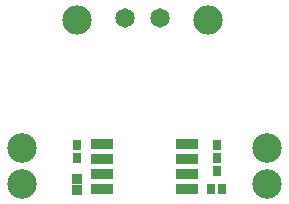
<source format=gts>
G04*
G04 #@! TF.GenerationSoftware,Altium Limited,Altium Designer,21.8.1 (53)*
G04*
G04 Layer_Color=8388736*
%FSLAX25Y25*%
%MOIN*%
G70*
G04*
G04 #@! TF.SameCoordinates,84084700-972C-4F56-8257-0BF9F4D08F50*
G04*
G04*
G04 #@! TF.FilePolarity,Negative*
G04*
G01*
G75*
%ADD17R,0.03162X0.03556*%
%ADD18R,0.02690X0.03280*%
%ADD19R,0.03320X0.03359*%
%ADD20R,0.07690X0.03359*%
%ADD21C,0.09855*%
%ADD22C,0.06509*%
%ADD23C,0.09800*%
D17*
X80500Y159165D02*
D03*
Y154835D02*
D03*
X34000Y159165D02*
D03*
Y154835D02*
D03*
D18*
X80500Y150500D02*
D03*
X82468Y144555D02*
D03*
X78531D02*
D03*
D19*
X34000Y144228D02*
D03*
Y147772D02*
D03*
D20*
X42228Y144500D02*
D03*
Y149500D02*
D03*
Y154500D02*
D03*
Y159500D02*
D03*
X70772D02*
D03*
Y154500D02*
D03*
Y149500D02*
D03*
Y144500D02*
D03*
D21*
X97445Y146095D02*
D03*
Y158299D02*
D03*
X15555D02*
D03*
Y146095D02*
D03*
D22*
X61811Y201500D02*
D03*
X50000D02*
D03*
D23*
X34000Y201000D02*
D03*
X77500D02*
D03*
M02*

</source>
